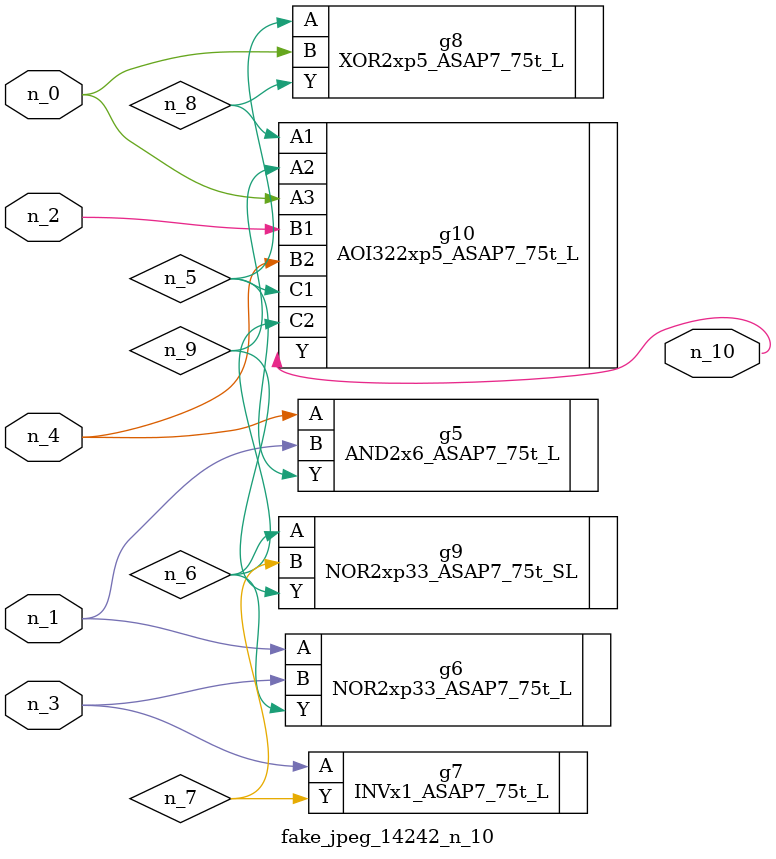
<source format=v>
module fake_jpeg_14242_n_10 (n_3, n_2, n_1, n_0, n_4, n_10);

input n_3;
input n_2;
input n_1;
input n_0;
input n_4;

output n_10;

wire n_8;
wire n_9;
wire n_6;
wire n_5;
wire n_7;

AND2x6_ASAP7_75t_L g5 ( 
.A(n_4),
.B(n_1),
.Y(n_5)
);

NOR2xp33_ASAP7_75t_L g6 ( 
.A(n_1),
.B(n_3),
.Y(n_6)
);

INVx1_ASAP7_75t_L g7 ( 
.A(n_3),
.Y(n_7)
);

XOR2xp5_ASAP7_75t_L g8 ( 
.A(n_5),
.B(n_0),
.Y(n_8)
);

AOI322xp5_ASAP7_75t_L g10 ( 
.A1(n_8),
.A2(n_9),
.A3(n_0),
.B1(n_2),
.B2(n_4),
.C1(n_5),
.C2(n_6),
.Y(n_10)
);

NOR2xp33_ASAP7_75t_SL g9 ( 
.A(n_6),
.B(n_7),
.Y(n_9)
);


endmodule
</source>
